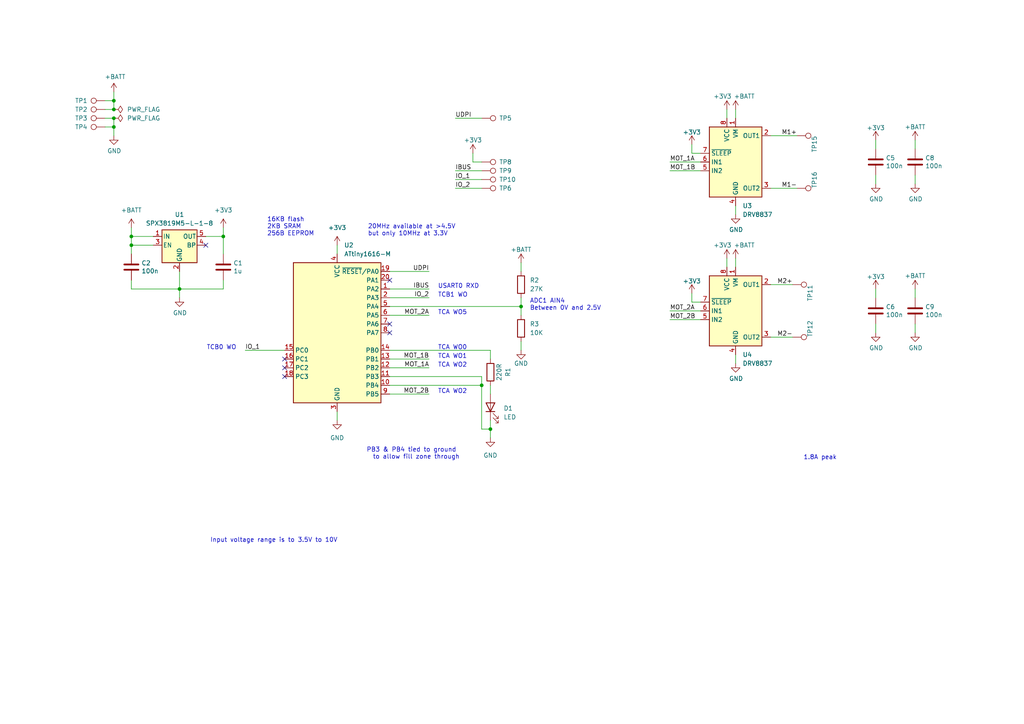
<source format=kicad_sch>
(kicad_sch (version 20211123) (generator eeschema)
  (paper "A4")
  (lib_symbols
    (symbol "Connector:TestPoint" (pin_numbers hide) (pin_names (offset 0.762) hide)
      (property "Reference" "TP" (at 0 6.858 0))
      (property "Value" "TestPoint" (at 0 5.08 0))
      (symbol "TestPoint_0_1"
        (circle (center 0 3.302) (radius 0.762))
      )
      (symbol "TestPoint_1_1"
        (pin passive line (at 0 0 90) (length 2.54) (name "1") (number "1"))
      )
    )
    (symbol "Device:C" (pin_numbers hide) (pin_names (offset 0.254))
      (property "Reference" "C" (at 0.635 2.54 0))
      (property "Value" "C" (at 0.635 -2.54 0))
      (symbol "C_0_1"
        (polyline (pts (xy -2.032 -0.762) (xy 2.032 -0.762)) (stroke (width 0.508)))
        (polyline (pts (xy -2.032 0.762) (xy 2.032 0.762)) (stroke (width 0.508)))
      )
      (symbol "C_1_1"
        (pin passive line (at 0 3.81 270) (length 2.794) (name "~") (number "1"))
        (pin passive line (at 0 -3.81 90) (length 2.794) (name "~") (number "2"))
      )
    )
    (symbol "Device:LED" (pin_numbers hide) (pin_names (offset 1.016) hide)
      (property "Reference" "D" (at 0 2.54 0))
      (property "Value" "LED" (at 0 -2.54 0))
      (symbol "LED_0_1"
        (polyline (pts (xy -1.27 -1.27) (xy -1.27 1.27)) (stroke (width 0.254)))
        (polyline (pts (xy -1.27 0) (xy 1.27 0)))
        (polyline (pts (xy 1.27 -1.27) (xy 1.27 1.27) (xy -1.27 0) (xy 1.27 -1.27)) (stroke (width 0.254)))
        (polyline (pts (xy -3.048 -0.762) (xy -4.572 -2.286) (xy -3.81 -2.286) (xy -4.572 -2.286) (xy -4.572 -1.524)))
        (polyline (pts (xy -1.778 -0.762) (xy -3.302 -2.286) (xy -2.54 -2.286) (xy -3.302 -2.286) (xy -3.302 -1.524)))
      )
      (symbol "LED_1_1"
        (pin passive line (at -3.81 0 0) (length 2.54) (name "K") (number "1"))
        (pin passive line (at 3.81 0 180) (length 2.54) (name "A") (number "2"))
      )
    )
    (symbol "Device:R" (pin_numbers hide) (pin_names (offset 0))
      (property "Reference" "R" (at 2.032 0 90))
      (property "Value" "R" (at 0 0 90))
      (symbol "R_0_1"
        (rectangle (start -1.016 -2.54) (end 1.016 2.54) (stroke (width 0.254)))
      )
      (symbol "R_1_1"
        (pin passive line (at 0 3.81 270) (length 1.27) (name "~") (number "1"))
        (pin passive line (at 0 -3.81 90) (length 1.27) (name "~") (number "2"))
      )
    )
    (symbol "Driver_Motor:DRV8837"
      (property "Reference" "U" (at 6.35 11.43 0))
      (property "Value" "DRV8837" (at -10.16 11.43 0))
      (symbol "DRV8837_0_1"
        (rectangle (start -7.62 10.16) (end 7.62 -10.16) (stroke (width 0.254)) (fill (type background)))
      )
      (symbol "DRV8837_1_1"
        (pin power_in line (at 0 12.7 270) (length 2.54) (name "VM") (number "1"))
        (pin output line (at 10.16 7.62 180) (length 2.54) (name "OUT1") (number "2"))
        (pin output line (at 10.16 -7.62 180) (length 2.54) (name "OUT2") (number "3"))
        (pin power_in line (at 0 -12.7 90) (length 2.54) (name "GND") (number "4"))
        (pin input line (at -10.16 -2.54 0) (length 2.54) (name "IN2") (number "5"))
        (pin input line (at -10.16 0 0) (length 2.54) (name "IN1") (number "6"))
        (pin input line (at -10.16 2.54 0) (length 2.54) (name "~{SLEEP}") (number "7"))
        (pin power_in line (at -2.54 12.7 270) (length 2.54) (name "VCC") (number "8"))
        (pin passive line (at 0 -12.7 90) (length 2.54) hide (name "GND") (number "9"))
      )
    )
    (symbol "MCU_Microchip_ATtiny:ATtiny1616-M"
      (property "Reference" "U" (at -12.7 21.59 0))
      (property "Value" "ATtiny1616-M" (at 2.54 -21.59 0))
      (symbol "ATtiny1616-M_0_1"
        (rectangle (start -12.7 -20.32) (end 12.7 20.32) (stroke (width 0.254)) (fill (type background)))
      )
      (symbol "ATtiny1616-M_1_1"
        (pin bidirectional line (at 15.24 12.7 180) (length 2.54) (name "PA2") (number "1"))
        (pin bidirectional line (at 15.24 -15.24 180) (length 2.54) (name "PB4") (number "10"))
        (pin bidirectional line (at 15.24 -12.7 180) (length 2.54) (name "PB3") (number "11"))
        (pin bidirectional line (at 15.24 -10.16 180) (length 2.54) (name "PB2") (number "12"))
        (pin bidirectional line (at 15.24 -7.62 180) (length 2.54) (name "PB1") (number "13"))
        (pin bidirectional line (at 15.24 -5.08 180) (length 2.54) (name "PB0") (number "14"))
        (pin bidirectional line (at -15.24 -5.08 0) (length 2.54) (name "PC0") (number "15"))
        (pin bidirectional line (at -15.24 -7.62 0) (length 2.54) (name "PC1") (number "16"))
        (pin bidirectional line (at -15.24 -10.16 0) (length 2.54) (name "PC2") (number "17"))
        (pin bidirectional line (at -15.24 -12.7 0) (length 2.54) (name "PC3") (number "18"))
        (pin bidirectional line (at 15.24 17.78 180) (length 2.54) (name "~{RESET}/PA0") (number "19"))
        (pin bidirectional line (at 15.24 10.16 180) (length 2.54) (name "PA3") (number "2"))
        (pin bidirectional line (at 15.24 15.24 180) (length 2.54) (name "PA1") (number "20"))
        (pin passive line (at 0 -22.86 90) (length 2.54) hide (name "GND") (number "21"))
        (pin power_in line (at 0 -22.86 90) (length 2.54) (name "GND") (number "3"))
        (pin power_in line (at 0 22.86 270) (length 2.54) (name "VCC") (number "4"))
        (pin bidirectional line (at 15.24 7.62 180) (length 2.54) (name "PA4") (number "5"))
        (pin bidirectional line (at 15.24 5.08 180) (length 2.54) (name "PA5") (number "6"))
        (pin bidirectional line (at 15.24 2.54 180) (length 2.54) (name "PA6") (number "7"))
        (pin bidirectional line (at 15.24 0 180) (length 2.54) (name "PA7") (number "8"))
        (pin bidirectional line (at 15.24 -17.78 180) (length 2.54) (name "PB5") (number "9"))
      )
    )
    (symbol "Regulator_Linear:SPX3819M5-L-1-8" (pin_names (offset 0.254))
      (property "Reference" "U" (at -3.81 5.715 0))
      (property "Value" "SPX3819M5-L-1-8" (at 0 5.715 0))
      (symbol "SPX3819M5-L-1-8_0_1"
        (rectangle (start -5.08 4.445) (end 5.08 -5.08) (stroke (width 0.254)) (fill (type background)))
      )
      (symbol "SPX3819M5-L-1-8_1_1"
        (pin power_in line (at -7.62 2.54 0) (length 2.54) (name "IN") (number "1"))
        (pin power_in line (at 0 -7.62 90) (length 2.54) (name "GND") (number "2"))
        (pin input line (at -7.62 0 0) (length 2.54) (name "EN") (number "3"))
        (pin input line (at 7.62 0 180) (length 2.54) (name "BP") (number "4"))
        (pin power_out line (at 7.62 2.54 180) (length 2.54) (name "OUT") (number "5"))
      )
    )
    (symbol "power:+3.3V" (power) (pin_names (offset 0))
      (property "Value" "+3.3V" (at 0 3.556 0))
      (symbol "+3.3V_0_1"
        (polyline (pts (xy -0.762 1.27) (xy 0 2.54)))
        (polyline (pts (xy 0 0) (xy 0 2.54)))
        (polyline (pts (xy 0 2.54) (xy 0.762 1.27)))
      )
      (symbol "+3.3V_1_1"
        (pin power_in line (at 0 0 90) (length 0) hide (name "+3V3") (number "1"))
      )
    )
    (symbol "power:+BATT" (power) (pin_names (offset 0))
      (property "Value" "+BATT" (at 0 3.556 0))
      (symbol "+BATT_0_1"
        (polyline (pts (xy -0.762 1.27) (xy 0 2.54)))
        (polyline (pts (xy 0 0) (xy 0 2.54)))
        (polyline (pts (xy 0 2.54) (xy 0.762 1.27)))
      )
      (symbol "+BATT_1_1"
        (pin power_in line (at 0 0 90) (length 0) hide (name "+BATT") (number "1"))
      )
    )
    (symbol "power:GND" (power) (pin_names (offset 0))
      (property "Value" "GND" (at 0 -3.81 0))
      (symbol "GND_0_1"
        (polyline (pts (xy 0 0) (xy 0 -1.27) (xy 1.27 -1.27) (xy 0 -2.54) (xy -1.27 -1.27) (xy 0 -1.27)))
      )
      (symbol "GND_1_1"
        (pin power_in line (at 0 0 270) (length 0) hide (name "GND") (number "1"))
      )
    )
    (symbol "power:PWR_FLAG" (power) (pin_numbers hide) (pin_names (offset 0) hide)
      (property "Value" "PWR_FLAG" (at 0 3.81 0))
      (symbol "PWR_FLAG_0_0"
        (pin power_out line (at 0 0 90) (length 0) (name "pwr") (number "1"))
      )
      (symbol "PWR_FLAG_0_1"
        (polyline (pts (xy 0 0) (xy 0 1.27) (xy -1.016 1.905) (xy 0 2.54) (xy 1.016 1.905) (xy 0 1.27)))
      )
    )
  )
  (junction (at 139.7 111.76))
  (junction (at 142.24 124.46))
  (junction (at 33.02 34.29))
  (junction (at 33.02 36.83))
  (junction (at 38.1 68.58))
  (junction (at 64.77 68.58))
  (junction (at 33.02 29.21))
  (junction (at 33.02 31.75))
  (junction (at 52.07 83.82))
  (junction (at 151.13 88.9))
  (junction (at 38.1 71.12))
  (no_connect (at 59.69 71.12))
  (no_connect (at 113.03 96.52))
  (no_connect (at 113.03 93.98))
  (no_connect (at 82.55 109.22))
  (no_connect (at 82.55 106.68))
  (no_connect (at 82.55 104.14))
  (no_connect (at 113.03 81.28))
  (wire (pts (xy 33.02 31.75) (xy 33.02 29.21)))
  (wire (pts (xy 210.82 34.29) (xy 210.82 31.75)))
  (wire (pts (xy 265.43 53.34) (xy 265.43 50.8)))
  (wire (pts (xy 223.52 54.61) (xy 231.14 54.61)))
  (wire (pts (xy 223.52 39.37) (xy 231.14 39.37)))
  (wire (pts (xy 254 53.34) (xy 254 50.8)))
  (wire (pts (xy 113.03 91.44) (xy 124.46 91.44)))
  (wire (pts (xy 151.13 99.06) (xy 151.13 101.6)))
  (wire (pts (xy 33.02 36.83) (xy 33.02 39.37)))
  (wire (pts (xy 38.1 71.12) (xy 38.1 73.66)))
  (wire (pts (xy 210.82 77.47) (xy 210.82 74.93)))
  (wire (pts (xy 132.08 54.61) (xy 139.7 54.61)))
  (wire (pts (xy 142.24 121.92) (xy 142.24 124.46)))
  (wire (pts (xy 254 43.18) (xy 254 40.64)))
  (wire (pts (xy 200.66 87.63) (xy 200.66 85.09)))
  (wire (pts (xy 142.24 111.76) (xy 142.24 114.3)))
  (wire (pts (xy 113.03 88.9) (xy 151.13 88.9)))
  (wire (pts (xy 254 96.52) (xy 254 93.98)))
  (wire (pts (xy 139.7 109.22) (xy 139.7 111.76)))
  (wire (pts (xy 132.08 34.29) (xy 139.7 34.29)))
  (wire (pts (xy 200.66 87.63) (xy 203.2 87.63)))
  (wire (pts (xy 113.03 104.14) (xy 124.46 104.14)))
  (wire (pts (xy 142.24 101.6) (xy 142.24 104.14)))
  (wire (pts (xy 64.77 68.58) (xy 64.77 73.66)))
  (wire (pts (xy 113.03 114.3) (xy 124.46 114.3)))
  (wire (pts (xy 38.1 68.58) (xy 38.1 71.12)))
  (wire (pts (xy 265.43 83.82) (xy 265.43 86.36)))
  (wire (pts (xy 194.31 92.71) (xy 203.2 92.71)))
  (wire (pts (xy 33.02 36.83) (xy 30.48 36.83)))
  (wire (pts (xy 213.36 31.75) (xy 213.36 34.29)))
  (wire (pts (xy 38.1 66.04) (xy 38.1 68.58)))
  (wire (pts (xy 97.79 119.38) (xy 97.79 121.92)))
  (wire (pts (xy 97.79 71.12) (xy 97.79 73.66)))
  (wire (pts (xy 139.7 124.46) (xy 142.24 124.46)))
  (wire (pts (xy 64.77 66.04) (xy 64.77 68.58)))
  (wire (pts (xy 213.36 62.23) (xy 213.36 59.69)))
  (wire (pts (xy 113.03 83.82) (xy 124.46 83.82)))
  (wire (pts (xy 265.43 96.52) (xy 265.43 93.98)))
  (wire (pts (xy 265.43 40.64) (xy 265.43 43.18)))
  (wire (pts (xy 151.13 86.36) (xy 151.13 88.9)))
  (wire (pts (xy 213.36 105.41) (xy 213.36 102.87)))
  (wire (pts (xy 38.1 83.82) (xy 52.07 83.82)))
  (wire (pts (xy 151.13 88.9) (xy 151.13 91.44)))
  (wire (pts (xy 113.03 101.6) (xy 142.24 101.6)))
  (wire (pts (xy 194.31 90.17) (xy 203.2 90.17)))
  (wire (pts (xy 194.31 49.53) (xy 203.2 49.53)))
  (wire (pts (xy 142.24 127) (xy 142.24 124.46)))
  (wire (pts (xy 33.02 34.29) (xy 33.02 36.83)))
  (wire (pts (xy 38.1 81.28) (xy 38.1 83.82)))
  (wire (pts (xy 124.46 86.36) (xy 113.03 86.36)))
  (wire (pts (xy 132.08 49.53) (xy 139.7 49.53)))
  (wire (pts (xy 200.66 44.45) (xy 203.2 44.45)))
  (wire (pts (xy 64.77 83.82) (xy 52.07 83.82)))
  (wire (pts (xy 194.31 46.99) (xy 203.2 46.99)))
  (wire (pts (xy 213.36 74.93) (xy 213.36 77.47)))
  (wire (pts (xy 52.07 78.74) (xy 52.07 83.82)))
  (wire (pts (xy 33.02 26.67) (xy 33.02 29.21)))
  (wire (pts (xy 113.03 111.76) (xy 139.7 111.76)))
  (wire (pts (xy 223.52 82.55) (xy 229.87 82.55)))
  (wire (pts (xy 200.66 44.45) (xy 200.66 41.91)))
  (wire (pts (xy 139.7 111.76) (xy 139.7 124.46)))
  (wire (pts (xy 64.77 81.28) (xy 64.77 83.82)))
  (wire (pts (xy 30.48 31.75) (xy 33.02 31.75)))
  (wire (pts (xy 137.16 44.45) (xy 137.16 46.99)))
  (wire (pts (xy 59.69 68.58) (xy 64.77 68.58)))
  (wire (pts (xy 113.03 106.68) (xy 124.46 106.68)))
  (wire (pts (xy 82.55 101.6) (xy 71.12 101.6)))
  (wire (pts (xy 132.08 52.07) (xy 139.7 52.07)))
  (wire (pts (xy 223.52 97.79) (xy 229.87 97.79)))
  (wire (pts (xy 30.48 29.21) (xy 33.02 29.21)))
  (wire (pts (xy 52.07 83.82) (xy 52.07 86.36)))
  (wire (pts (xy 113.03 109.22) (xy 139.7 109.22)))
  (wire (pts (xy 38.1 71.12) (xy 44.45 71.12)))
  (wire (pts (xy 38.1 68.58) (xy 44.45 68.58)))
  (wire (pts (xy 30.48 34.29) (xy 33.02 34.29)))
  (wire (pts (xy 151.13 76.2) (xy 151.13 78.74)))
  (wire (pts (xy 113.03 78.74) (xy 124.46 78.74)))
  (wire (pts (xy 137.16 46.99) (xy 139.7 46.99)))
  (wire (pts (xy 254 86.36) (xy 254 83.82)))
  (text "20MHz available at >4.5V\nbut only 10MHz at 3.3V" (at 106.68 68.58 0) (effects (font (size 1.27 1.27)) (justify left bottom)))
  (text "1.8A peak" (at 233.0269 133.5073 0) (effects (font (size 1.27 1.27)) (justify left bottom)))
  (text "ADC1 AIN4\nBetween 0V and 2.5V" (at 153.67 90.17 0) (effects (font (size 1.27 1.27)) (justify left bottom)))
  (text "TCA WO5" (at 127 91.44 0) (effects (font (size 1.27 1.27)) (justify left bottom)))
  (text "Input voltage range is to 3.5V to 10V" (at 60.96 157.48 0) (effects (font (size 1.27 1.27)) (justify left bottom)))
  (text "TCA WO2" (at 127 114.3 0) (effects (font (size 1.27 1.27)) (justify left bottom)))
  (text "TCB0 WO" (at 68.58 101.6 180) (effects (font (size 1.27 1.27)) (justify right bottom)))
  (text "PB3 & PB4 tied to ground \nto allow fill zone through" (at 133.35 133.35 0) (effects (font (size 1.27 1.27)) (justify right bottom)))
  (text "16KB flash\n2KB SRAM\n256B EEPROM\n" (at 77.47 68.58 0) (effects (font (size 1.27 1.27)) (justify left bottom)))
  (text "USART0 RXD" (at 127 83.82 0) (effects (font (size 1.27 1.27)) (justify left bottom)))
  (text "TCA WO2" (at 127 106.68 0) (effects (font (size 1.27 1.27)) (justify left bottom)))
  (text "TCB1 WO" (at 127 86.36 0) (effects (font (size 1.27 1.27)) (justify left bottom)))
  (text "TCA WO0" (at 127 101.6 0) (effects (font (size 1.27 1.27)) (justify left bottom)))
  (text "TCA WO1" (at 127 104.14 0) (effects (font (size 1.27 1.27)) (justify left bottom)))
  (label "IO_1" (at 132.08 52.07 0))
  (label "UDPI" (at 132.08 34.29 0))
  (label "MOT_1A" (at 124.46 106.68 180))
  (label "M2+" (at 229.87 82.55 180))
  (label "IBUS" (at 124.46 83.82 180))
  (label "IBUS" (at 132.08 49.53 0))
  (label "M1+" (at 231.14 39.37 180))
  (label "MOT_1B" (at 124.46 104.14 180))
  (label "M2-" (at 229.87 97.79 180))
  (label "M1-" (at 231.14 54.61 180))
  (label "IO_2" (at 132.08 54.61 0))
  (label "MOT_1B" (at 194.31 49.53 0))
  (label "MOT_2B" (at 124.46 114.3 180))
  (label "IO_2" (at 124.46 86.36 180))
  (label "MOT_2A" (at 194.31 90.17 0))
  (label "MOT_2B" (at 194.31 92.71 0))
  (label "IO_1" (at 71.12 101.6 0))
  (label "UDPI" (at 124.46 78.74 180))
  (label "MOT_1A" (at 194.31 46.99 0))
  (label "MOT_2A" (at 124.46 91.44 180))
  (symbol (lib_id "power:+BATT") (at 265.43 40.64 0) (unit 1)
    (property "Reference" "#PWR036" (effects hide))
    (property "Value" "+BATT" (at 265.43 36.83 0))
  )
  (symbol (lib_id "Device:C") (at 254 46.99 0) (unit 1)
    (property "Reference" "C5" (at 256.921 45.8216 0) (effects (justify left)))
    (property "Value" "100n" (at 256.921 48.133 0) (effects (justify left)))
    (property "Footprint" "Capacitor_SMD:C_0402_1005Metric" (effects hide))
  )
  (symbol (lib_id "power:GND") (at 254 53.34 0) (unit 1)
    (property "Reference" "#PWR031" (effects hide))
    (property "Value" "GND" (at 254.127 57.7342 0))
  )
  (symbol (lib_id "Device:LED") (at 142.24 118.11 90) (unit 1)
    (property "Reference" "D1" (at 146.05 118.4274 90) (effects (justify right)))
    (property "Value" "LED" (at 146.05 120.9674 90) (effects (justify right)))
    (property "Footprint" "LED_SMD:LED_0603_1608Metric" (effects hide))
  )
  (symbol (lib_id "Device:R") (at 151.13 82.55 0) (unit 1)
    (property "Reference" "R2" (at 153.67 81.2799 0) (effects (justify left)))
    (property "Value" "27K" (at 153.67 83.8199 0) (effects (justify left)))
    (property "Footprint" "Resistor_SMD:R_0402_1005Metric" (effects hide))
  )
  (symbol (lib_id "power:GND") (at 213.36 62.23 0) (unit 1)
    (property "Reference" "#PWR025" (effects hide))
    (property "Value" "GND" (at 213.487 66.6242 0))
  )
  (symbol (lib_id "Driver_Motor:DRV8837") (at 213.36 90.17 0) (unit 1)
    (property "Reference" "U4" (at 215.3794 102.87 0) (effects (justify left)))
    (property "Value" "DRV8837" (at 215.3794 105.41 0) (effects (justify left)))
    (property "Footprint" "Package_SON:WSON-8-1EP_2x2mm_P0.5mm_EP0.9x1.6mm" (effects hide))
    (property "Datasheet" "http://www.ti.com/lit/ds/symlink/drv8837.pdf" (effects hide))
  )
  (symbol (lib_id "Device:R") (at 151.13 95.25 0) (unit 1)
    (property "Reference" "R3" (at 153.67 93.9799 0) (effects (justify left)))
    (property "Value" "10K" (at 153.67 96.5199 0) (effects (justify left)))
    (property "Footprint" "Resistor_SMD:R_0402_1005Metric" (effects hide))
  )
  (symbol (lib_id "power:+3.3V") (at 254 83.82 0) (unit 1)
    (property "Reference" "#PWR032" (effects hide))
    (property "Value" "+3.3V" (at 254 80.264 0))
  )
  (symbol (lib_id "power:GND") (at 265.43 53.34 0) (unit 1)
    (property "Reference" "#PWR037" (effects hide))
    (property "Value" "GND" (at 265.557 57.7342 0))
  )
  (symbol (lib_id "power:+BATT") (at 38.1 66.04 0) (unit 1)
    (property "Reference" "#PWR0101" (effects hide))
    (property "Value" "+BATT" (at 38.1 60.96 0))
  )
  (symbol (lib_id "Connector:TestPoint") (at 30.48 29.21 90) (unit 1)
    (property "Reference" "TP1" (at 25.4 29.21 90) (effects (justify left)))
    (property "Value" "POWER" (effects hide))
    (property "Footprint" "TestPoint:TestPoint_Pad_2.0x2.0mm" (effects hide))
  )
  (symbol (lib_id "power:PWR_FLAG") (at 33.02 31.75 270) (unit 1)
    (property "Reference" "#FLG01" (effects hide))
    (property "Value" "PWR_FLAG" (at 36.83 31.7499 90) (effects (justify left)))
  )
  (symbol (lib_id "power:+3.3V") (at 200.66 85.09 0) (unit 1)
    (property "Reference" "#PWR019" (effects hide))
    (property "Value" "+3.3V" (at 200.66 81.534 0))
  )
  (symbol (lib_id "power:GND") (at 52.07 86.36 0) (unit 1)
    (property "Reference" "#PWR0105" (effects hide))
    (property "Value" "GND" (at 52.197 90.7542 0))
  )
  (symbol (lib_id "power:+BATT") (at 151.13 76.2 0) (unit 1)
    (property "Reference" "#PWR0103" (effects hide))
    (property "Value" "+BATT" (at 151.13 72.39 0))
  )
  (symbol (lib_id "Device:C") (at 254 90.17 0) (unit 1)
    (property "Reference" "C6" (at 256.921 89.0016 0) (effects (justify left)))
    (property "Value" "100n" (at 256.921 91.313 0) (effects (justify left)))
    (property "Footprint" "Capacitor_SMD:C_0402_1005Metric" (effects hide))
  )
  (symbol (lib_id "power:GND") (at 254 96.52 0) (unit 1)
    (property "Reference" "#PWR033" (effects hide))
    (property "Value" "GND" (at 254.127 100.9142 0))
  )
  (symbol (lib_id "Connector:TestPoint") (at 231.14 54.61 270) (unit 1)
    (property "Reference" "TP16" (at 236.22 54.61 0) (effects (justify right)))
    (property "Value" "MOTOR" (effects hide))
    (property "Footprint" "TestPoint:TestPoint_Pad_2.0x2.0mm" (effects hide))
  )
  (symbol (lib_id "Connector:TestPoint") (at 30.48 31.75 90) (unit 1)
    (property "Reference" "TP2" (at 25.4 31.75 90) (effects (justify left)))
    (property "Value" "POWER" (effects hide))
    (property "Footprint" "TestPoint:TestPoint_Pad_2.0x2.0mm" (effects hide))
  )
  (symbol (lib_id "Device:C") (at 64.77 77.47 0) (unit 1)
    (property "Reference" "C1" (at 67.691 76.3016 0) (effects (justify left)))
    (property "Value" "1u" (at 67.691 78.613 0) (effects (justify left)))
    (property "Footprint" "Capacitor_SMD:C_0402_1005Metric" (effects hide))
  )
  (symbol (lib_id "power:GND") (at 265.43 96.52 0) (unit 1)
    (property "Reference" "#PWR039" (effects hide))
    (property "Value" "GND" (at 265.557 100.9142 0))
  )
  (symbol (lib_id "Device:C") (at 265.43 90.17 0) (unit 1)
    (property "Reference" "C9" (at 268.351 89.0016 0) (effects (justify left)))
    (property "Value" "100n" (at 268.351 91.313 0) (effects (justify left)))
    (property "Footprint" "Capacitor_SMD:C_0402_1005Metric" (effects hide))
  )
  (symbol (lib_id "Connector:TestPoint") (at 229.87 97.79 270) (unit 1)
    (property "Reference" "TP12" (at 234.95 97.79 0) (effects (justify right)))
    (property "Value" "MOTOR" (effects hide))
    (property "Footprint" "TestPoint:TestPoint_Pad_2.0x2.0mm" (effects hide))
  )
  (symbol (lib_id "power:+3.3V") (at 137.16 44.45 0) (unit 1)
    (property "Reference" "#PWR015" (effects hide))
    (property "Value" "+3.3V" (at 137.16 40.64 0))
  )
  (symbol (lib_id "Connector:TestPoint") (at 229.87 82.55 270) (unit 1)
    (property "Reference" "TP11" (at 234.95 82.55 0) (effects (justify left)))
    (property "Value" "MOTOR" (effects hide))
    (property "Footprint" "TestPoint:TestPoint_Pad_2.0x2.0mm" (effects hide))
  )
  (symbol (lib_id "power:GND") (at 97.79 121.92 0) (unit 1)
    (property "Reference" "#PWR012" (effects hide))
    (property "Value" "GND" (at 97.79 127 0))
  )
  (symbol (lib_id "Connector:TestPoint") (at 139.7 54.61 270) (unit 1)
    (property "Reference" "TP6" (at 144.78 54.61 90) (effects (justify left)))
    (property "Value" "IO" (effects hide))
    (property "Footprint" "TestPoint:TestPoint_Pad_1.5x1.5mm" (effects hide))
  )
  (symbol (lib_id "Connector:TestPoint") (at 139.7 49.53 270) (unit 1)
    (property "Reference" "TP9" (at 144.78 49.53 90) (effects (justify left)))
    (property "Value" "IO" (effects hide))
    (property "Footprint" "TestPoint:TestPoint_Pad_1.5x1.5mm" (effects hide))
  )
  (symbol (lib_id "power:+BATT") (at 33.02 26.67 0) (unit 1)
    (property "Reference" "#PWR01" (effects hide))
    (property "Value" "+BATT" (at 33.401 22.2758 0))
  )
  (symbol (lib_id "Driver_Motor:DRV8837") (at 213.36 46.99 0) (unit 1)
    (property "Reference" "U3" (at 215.3794 59.69 0) (effects (justify left)))
    (property "Value" "DRV8837" (at 215.3794 62.23 0) (effects (justify left)))
    (property "Footprint" "Package_SON:WSON-8-1EP_2x2mm_P0.5mm_EP0.9x1.6mm" (effects hide))
    (property "Datasheet" "http://www.ti.com/lit/ds/symlink/drv8837.pdf" (effects hide))
  )
  (symbol (lib_id "power:+BATT") (at 213.36 74.93 0) (unit 1)
    (property "Reference" "#PWR026" (effects hide))
    (property "Value" "+BATT" (at 215.9 71.12 0))
  )
  (symbol (lib_id "Connector:TestPoint") (at 231.14 39.37 270) (unit 1)
    (property "Reference" "TP15" (at 236.22 39.37 0) (effects (justify left)))
    (property "Value" "MOTOR" (effects hide))
    (property "Footprint" "TestPoint:TestPoint_Pad_2.0x2.0mm" (effects hide))
  )
  (symbol (lib_id "Regulator_Linear:SPX3819M5-L-1-8") (at 52.07 71.12 0) (unit 1)
    (property "Reference" "U1" (at 52.07 62.23 0))
    (property "Value" "SPX3819M5-L-1-8" (at 52.07 64.77 0))
    (property "Footprint" "Package_TO_SOT_SMD:SOT-23-5" (effects hide))
    (property "Datasheet" "https://www.exar.com/content/document.ashx?id=22106&languageid=1033&type=Datasheet&partnumber=SPX3819&filename=SPX3819.pdf&part=SPX3819" (effects hide))
  )
  (symbol (lib_id "power:PWR_FLAG") (at 33.02 34.29 270) (unit 1)
    (property "Reference" "#FLG02" (effects hide))
    (property "Value" "PWR_FLAG" (at 36.83 34.2899 90) (effects (justify left)))
  )
  (symbol (lib_id "power:GND") (at 151.13 101.6 0) (unit 1)
    (property "Reference" "#PWR0102" (effects hide))
    (property "Value" "GND" (at 151.13 105.41 0))
  )
  (symbol (lib_id "power:+BATT") (at 213.36 31.75 0) (unit 1)
    (property "Reference" "#PWR024" (effects hide))
    (property "Value" "+BATT" (at 215.9 27.94 0))
  )
  (symbol (lib_id "Connector:TestPoint") (at 139.7 46.99 270) (unit 1)
    (property "Reference" "TP8" (at 144.78 46.99 90) (effects (justify left)))
    (property "Value" "IO" (effects hide))
    (property "Footprint" "TestPoint:TestPoint_Pad_1.5x1.5mm" (effects hide))
  )
  (symbol (lib_id "Connector:TestPoint") (at 139.7 34.29 270) (unit 1)
    (property "Reference" "TP5" (at 144.78 34.29 90) (effects (justify left)))
    (property "Value" "PROG" (effects hide))
    (property "Footprint" "TestPoint:TestPoint_Pad_D1.0mm" (effects hide))
  )
  (symbol (lib_id "power:GND") (at 33.02 39.37 0) (unit 1)
    (property "Reference" "#PWR02" (effects hide))
    (property "Value" "GND" (at 33.147 43.7642 0))
  )
  (symbol (lib_id "MCU_Microchip_ATtiny:ATtiny1616-M") (at 97.79 96.52 0) (unit 1)
    (property "Reference" "U2" (at 99.8094 71.12 0) (effects (justify left)))
    (property "Value" "ATtiny1616-M" (at 99.8094 73.66 0) (effects (justify left)))
    (property "Footprint" "Package_DFN_QFN:VQFN-20-1EP_3x3mm_P0.4mm_EP1.7x1.7mm" (effects hide))
    (property "Datasheet" "http://ww1.microchip.com/downloads/en/DeviceDoc/ATtiny3216_ATtiny1616-data-sheet-40001997B.pdf" (effects hide))
  )
  (symbol (lib_id "power:+3.3V") (at 64.77 66.04 0) (unit 1)
    (property "Reference" "#PWR0104" (effects hide))
    (property "Value" "+3.3V" (at 64.77 60.96 0))
  )
  (symbol (lib_id "power:+3.3V") (at 200.66 41.91 0) (unit 1)
    (property "Reference" "#PWR018" (effects hide))
    (property "Value" "+3.3V" (at 200.66 38.354 0))
  )
  (symbol (lib_id "power:+3.3V") (at 97.79 71.12 0) (unit 1)
    (property "Reference" "#PWR011" (effects hide))
    (property "Value" "+3.3V" (at 97.79 66.04 0))
  )
  (symbol (lib_id "Connector:TestPoint") (at 30.48 36.83 90) (unit 1)
    (property "Reference" "TP4" (at 25.4 36.83 90) (effects (justify left)))
    (property "Value" "POWER" (effects hide))
    (property "Footprint" "TestPoint:TestPoint_Pad_2.0x2.0mm" (effects hide))
  )
  (symbol (lib_id "power:+3.3V") (at 254 40.64 0) (unit 1)
    (property "Reference" "#PWR030" (effects hide))
    (property "Value" "+3.3V" (at 254 37.084 0))
  )
  (symbol (lib_id "Device:R") (at 142.24 107.95 0) (unit 1)
    (property "Reference" "R1" (at 147.32 107.95 90))
    (property "Value" "220R" (at 144.78 107.95 90))
    (property "Footprint" "Resistor_SMD:R_0402_1005Metric" (effects hide))
  )
  (symbol (lib_id "power:GND") (at 142.24 127 0) (unit 1)
    (property "Reference" "#PWR09" (effects hide))
    (property "Value" "GND" (at 142.24 132.08 0))
  )
  (symbol (lib_id "power:+3.3V") (at 210.82 74.93 0) (unit 1)
    (property "Reference" "#PWR022" (effects hide))
    (property "Value" "+3.3V" (at 209.55 71.12 0))
  )
  (symbol (lib_id "Device:C") (at 265.43 46.99 0) (unit 1)
    (property "Reference" "C8" (at 268.351 45.8216 0) (effects (justify left)))
    (property "Value" "100n" (at 268.351 48.133 0) (effects (justify left)))
    (property "Footprint" "Capacitor_SMD:C_0402_1005Metric" (effects hide))
  )
  (symbol (lib_id "power:GND") (at 213.36 105.41 0) (unit 1)
    (property "Reference" "#PWR027" (effects hide))
    (property "Value" "GND" (at 213.487 109.8042 0))
  )
  (symbol (lib_id "power:+3.3V") (at 210.82 31.75 0) (unit 1)
    (property "Reference" "#PWR021" (effects hide))
    (property "Value" "+3.3V" (at 209.55 27.94 0))
  )
  (symbol (lib_id "Connector:TestPoint") (at 30.48 34.29 90) (unit 1)
    (property "Reference" "TP3" (at 25.4 34.29 90) (effects (justify left)))
    (property "Value" "POWER" (effects hide))
    (property "Footprint" "TestPoint:TestPoint_Pad_2.0x2.0mm" (effects hide))
  )
  (symbol (lib_id "Connector:TestPoint") (at 139.7 52.07 270) (unit 1)
    (property "Reference" "TP10" (at 144.78 52.07 90) (effects (justify left)))
    (property "Value" "IO" (effects hide))
    (property "Footprint" "TestPoint:TestPoint_Pad_1.5x1.5mm" (effects hide))
  )
  (symbol (lib_id "Device:C") (at 38.1 77.47 0) (unit 1)
    (property "Reference" "C2" (at 41.021 76.3016 0) (effects (justify left)))
    (property "Value" "100n" (at 41.021 78.613 0) (effects (justify left)))
    (property "Footprint" "Capacitor_SMD:C_0402_1005Metric" (effects hide))
  )
  (symbol (lib_id "power:+BATT") (at 265.43 83.82 0) (unit 1)
    (property "Reference" "#PWR038" (effects hide))
    (property "Value" "+BATT" (at 265.43 80.01 0))
  )
)
</source>
